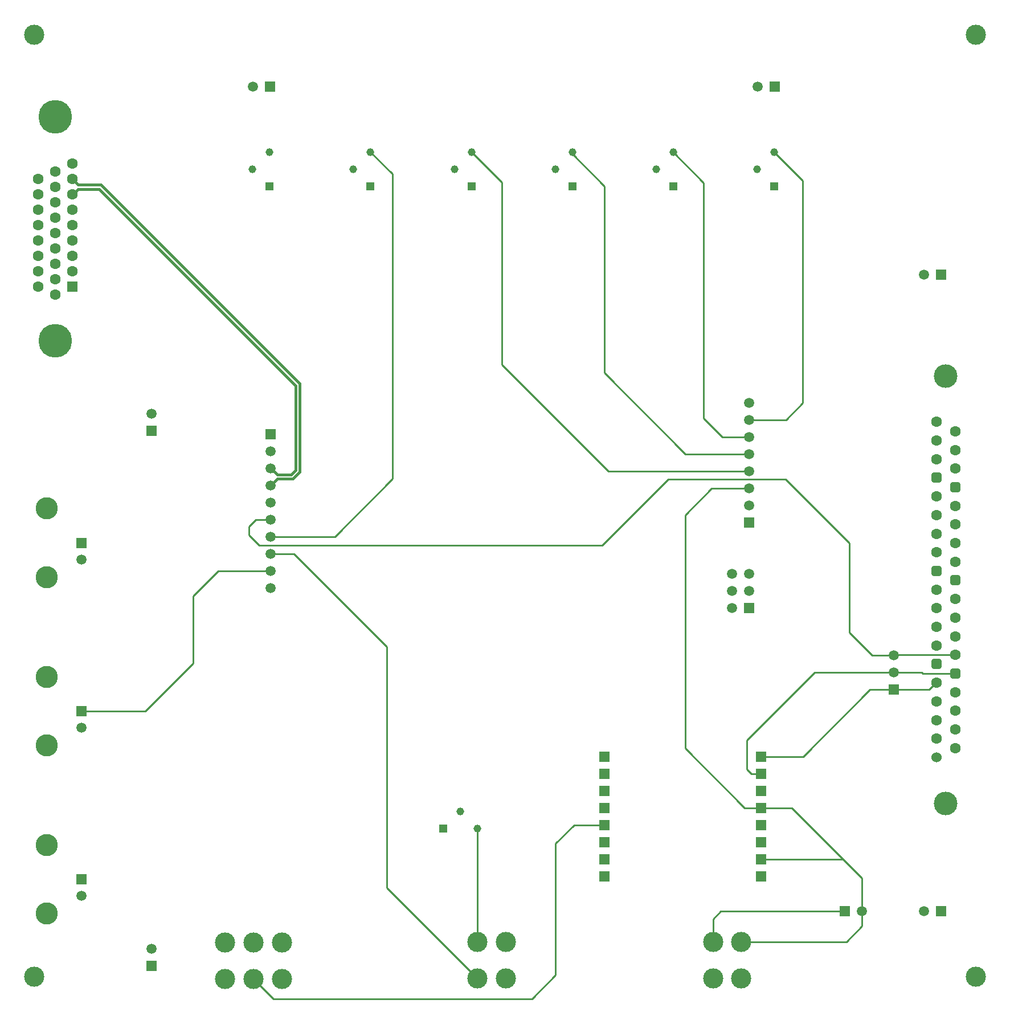
<source format=gtl>
G04*
G04 #@! TF.GenerationSoftware,Altium Limited,Altium Designer,18.0.9 (584)*
G04*
G04 Layer_Physical_Order=1*
G04 Layer_Color=255*
%FSLAX44Y44*%
%MOMM*%
G71*
G01*
G75*
%ADD11C,0.2540*%
%ADD31C,0.3810*%
%ADD32R,1.5000X1.5000*%
%ADD33C,1.5000*%
%ADD34R,1.5000X1.5000*%
%ADD35C,1.1680*%
%ADD36R,1.1680X1.1680*%
%ADD37R,1.1680X1.1680*%
%ADD38C,5.0000*%
%ADD39C,1.6000*%
%ADD40R,1.6000X1.6000*%
%ADD41C,3.0000*%
%ADD42C,3.3000*%
G04:AMPARAMS|DCode=43|XSize=1.524mm|YSize=1.524mm|CornerRadius=0.381mm|HoleSize=0mm|Usage=FLASHONLY|Rotation=90.000|XOffset=0mm|YOffset=0mm|HoleType=Round|Shape=RoundedRectangle|*
%AMROUNDEDRECTD43*
21,1,1.5240,0.7620,0,0,90.0*
21,1,0.7620,1.5240,0,0,90.0*
1,1,0.7620,0.3810,0.3810*
1,1,0.7620,0.3810,-0.3810*
1,1,0.7620,-0.3810,-0.3810*
1,1,0.7620,-0.3810,0.3810*
%
%ADD43ROUNDEDRECTD43*%
%ADD44C,1.5240*%
%ADD45C,3.5000*%
D11*
X1370464Y500786D02*
X1419224D01*
X1369086Y502164D02*
X1370464Y500786D01*
X1327587Y502164D02*
X1369086D01*
X120000Y445000D02*
X214750D01*
X286000Y516250D01*
Y616000D02*
X323377Y653377D01*
X286000Y516250D02*
Y616000D01*
X1116000Y352096D02*
X1130001D01*
X1109250Y358846D02*
X1116000Y352096D01*
X1109250Y358846D02*
Y401750D01*
X1209664Y502164D01*
X1327587D01*
X709000Y102000D02*
X709000Y102000D01*
X709000Y102000D02*
Y270000D01*
X323377Y653377D02*
X401818D01*
X1252500Y225000D02*
X1280399Y197101D01*
X1176458Y301042D02*
X1252500Y225000D01*
X1252342Y224842D02*
X1252500Y225000D01*
X1130001Y224842D02*
X1252342D01*
X1280399Y147504D02*
Y197101D01*
X1200000Y147500D02*
X1200004Y147504D01*
X1254999D01*
X1280399Y125399D02*
Y147504D01*
X1257000Y102000D02*
X1280399Y125399D01*
X1101000Y102000D02*
X1257000D01*
X1070500Y147500D02*
X1200000D01*
X1059000Y136000D02*
X1070500Y147500D01*
X1059000Y102000D02*
Y136000D01*
X1130001Y301042D02*
X1176458D01*
X405851Y17500D02*
X790000D01*
X376225Y47126D02*
X405851Y17500D01*
X550000Y1275800D02*
X582500Y1243300D01*
Y790000D02*
Y1243300D01*
X369000Y706750D02*
X384250Y691500D01*
X369000Y706750D02*
Y719250D01*
X379327Y729577D01*
X401818D01*
X384250Y691500D02*
X894250D01*
X1166750Y789250D02*
X1261250Y694750D01*
Y561750D02*
Y694750D01*
Y561750D02*
X1295436Y527564D01*
X1327587D01*
X1017500Y389584D02*
X1106042Y301042D01*
X1130001D01*
Y377496D02*
X1192996D01*
X1292264Y476764D01*
X1327587D01*
X1380264D01*
X1390570Y487070D01*
X1390776D01*
X1327587Y527564D02*
X1328495Y528472D01*
X1419224D01*
X1057117Y776117D02*
X1112548D01*
X1017500Y736500D02*
X1057117Y776117D01*
X1017500Y389584D02*
Y736500D01*
X992000Y789250D02*
X1166750D01*
X894250Y691500D02*
X992000Y789250D01*
X1112548Y877718D02*
X1167718D01*
X1192500Y902500D01*
Y1233300D01*
X1150000Y1275800D02*
X1192500Y1233300D01*
X1072682Y852318D02*
X1112548D01*
X1045000Y880000D02*
X1072682Y852318D01*
X1045000Y880000D02*
Y1230000D01*
X1000000Y1275000D02*
X1045000Y1230000D01*
X1000000Y1275000D02*
Y1275800D01*
X1018083Y826917D02*
X1112548D01*
X897500Y947500D02*
X1018083Y826917D01*
X897500Y947500D02*
Y1225000D01*
X850000Y1272500D02*
X897500Y1225000D01*
X850000Y1272500D02*
Y1275800D01*
X903483Y801517D02*
X1112548D01*
X745000Y960000D02*
X903483Y801517D01*
X745000Y960000D02*
Y1230800D01*
X700000Y1275800D02*
X745000Y1230800D01*
X496677Y704177D02*
X582500Y790000D01*
X401818Y704177D02*
X496677D01*
X574270Y182500D02*
X709000Y47770D01*
X574270Y182500D02*
Y540730D01*
X436223Y678777D02*
X574270Y540730D01*
X401818Y678777D02*
X436223D01*
X852500Y275642D02*
X897845D01*
X825000Y248142D02*
X852500Y275642D01*
X825000Y52500D02*
Y248142D01*
X790000Y17500D02*
X825000Y52500D01*
D31*
X434130Y789902D02*
X444600Y800372D01*
X411343Y789902D02*
X434130D01*
X401818Y780377D02*
X411343Y789902D01*
X107069Y1235240D02*
X115324Y1226985D01*
X148880D01*
X431500Y796252D02*
X438250Y803002D01*
X411343Y796252D02*
X431500D01*
X401818Y805777D02*
X411343Y796252D01*
X107069Y1212380D02*
X115324Y1220635D01*
X146250D01*
X438250Y928635D01*
X444600Y800372D02*
Y931265D01*
X148880Y1226985D02*
X444600Y931265D01*
X438250Y803002D02*
Y928635D01*
D32*
X1150736Y1373098D02*
D03*
X400736D02*
D03*
X1398236Y1093091D02*
D03*
Y147504D02*
D03*
X1254999D02*
D03*
X1130001Y352096D02*
D03*
Y377496D02*
D03*
X897845Y301042D02*
D03*
Y275642D02*
D03*
Y326442D02*
D03*
Y351842D02*
D03*
Y377242D02*
D03*
X1130001Y326442D02*
D03*
Y301042D02*
D03*
Y275642D02*
D03*
X897845Y199442D02*
D03*
Y224842D02*
D03*
Y250242D02*
D03*
X1130001D02*
D03*
Y224842D02*
D03*
Y199442D02*
D03*
X120000Y195250D02*
D03*
X120000Y445000D02*
D03*
Y695000D02*
D03*
D33*
X1125336Y1373098D02*
D03*
X375336D02*
D03*
X224093Y887164D02*
D03*
X1372836Y1093091D02*
D03*
X224093Y92164D02*
D03*
X1372836Y147504D02*
D03*
X1087138Y648587D02*
D03*
Y623187D02*
D03*
Y597787D02*
D03*
X1112538Y648587D02*
D03*
Y623187D02*
D03*
X1112548Y903118D02*
D03*
Y877718D02*
D03*
Y852318D02*
D03*
Y826917D02*
D03*
Y801517D02*
D03*
Y776117D02*
D03*
Y750717D02*
D03*
X401818Y805777D02*
D03*
Y627977D02*
D03*
Y653377D02*
D03*
Y678777D02*
D03*
Y704177D02*
D03*
Y729577D02*
D03*
Y754977D02*
D03*
Y780377D02*
D03*
Y831177D02*
D03*
X1280399Y147504D02*
D03*
X120000Y170250D02*
D03*
X120000Y420000D02*
D03*
X1327587Y502164D02*
D03*
Y527564D02*
D03*
X120000Y670000D02*
D03*
D34*
X224093Y861764D02*
D03*
Y66764D02*
D03*
X1112538Y597787D02*
D03*
X1112548Y725318D02*
D03*
X401818Y856577D02*
D03*
X1327587Y476764D02*
D03*
D35*
X1124600Y1250400D02*
D03*
X1150000Y1275800D02*
D03*
X974600Y1250400D02*
D03*
X1000000Y1275800D02*
D03*
X683600Y295400D02*
D03*
X709000Y270000D02*
D03*
X850000Y1275800D02*
D03*
X824600Y1250400D02*
D03*
X700000Y1275800D02*
D03*
X674600Y1250400D02*
D03*
X550000Y1275800D02*
D03*
X524600Y1250400D02*
D03*
X400000Y1275800D02*
D03*
X374600Y1250400D02*
D03*
D36*
X1150000Y1225000D02*
D03*
X1000000D02*
D03*
X850000D02*
D03*
X700000D02*
D03*
X550000D02*
D03*
X400000D02*
D03*
D37*
X658200Y270000D02*
D03*
D38*
X81669Y1328204D02*
D03*
Y994956D02*
D03*
D39*
X107069Y1166660D02*
D03*
Y1189520D02*
D03*
Y1212380D02*
D03*
Y1235240D02*
D03*
Y1143800D02*
D03*
Y1120940D02*
D03*
Y1098080D02*
D03*
Y1258100D02*
D03*
X81669Y1063790D02*
D03*
X81669Y1086650D02*
D03*
X81669Y1109510D02*
D03*
Y1132370D02*
D03*
Y1155230D02*
D03*
Y1246670D02*
D03*
Y1223810D02*
D03*
Y1200950D02*
D03*
Y1178090D02*
D03*
X56269Y1075220D02*
D03*
Y1098080D02*
D03*
Y1120940D02*
D03*
Y1143800D02*
D03*
Y1235240D02*
D03*
Y1212380D02*
D03*
Y1189520D02*
D03*
Y1166660D02*
D03*
X1390776Y874674D02*
D03*
X1419224Y860704D02*
D03*
Y833018D02*
D03*
Y805332D02*
D03*
X1390776Y819302D02*
D03*
Y736244D02*
D03*
X1419224Y749960D02*
D03*
Y722274D02*
D03*
X1390776Y708558D02*
D03*
Y763930D02*
D03*
Y680872D02*
D03*
X1419224Y666902D02*
D03*
X1390776Y597814D02*
D03*
X1419224Y583844D02*
D03*
Y611530D02*
D03*
X1390776Y570128D02*
D03*
X1419224Y556158D02*
D03*
Y528472D02*
D03*
X1390776Y487070D02*
D03*
Y431698D02*
D03*
Y459384D02*
D03*
X1419224Y445414D02*
D03*
Y417728D02*
D03*
X1390776Y404012D02*
D03*
Y846988D02*
D03*
Y542442D02*
D03*
X1419224Y694588D02*
D03*
X1390776Y625500D02*
D03*
X1419224Y390042D02*
D03*
Y473100D02*
D03*
D40*
X107069Y1075220D02*
D03*
D41*
X418400Y47126D02*
D03*
X334050Y101351D02*
D03*
Y47126D02*
D03*
X418400Y101351D02*
D03*
X376225Y47126D02*
D03*
Y101351D02*
D03*
X1101000Y47770D02*
D03*
X1059000D02*
D03*
X1101000Y102000D02*
D03*
X1059000D02*
D03*
X751000Y47770D02*
D03*
X709000D02*
D03*
X751000Y102000D02*
D03*
X709000D02*
D03*
X50000Y1450000D02*
D03*
X1450000D02*
D03*
Y50000D02*
D03*
X50000D02*
D03*
D42*
X69000Y144250D02*
D03*
Y246250D02*
D03*
X69000Y394000D02*
D03*
Y496000D02*
D03*
Y746000D02*
D03*
Y644000D02*
D03*
D43*
X1390776Y791616D02*
D03*
Y653186D02*
D03*
X1419224Y639216D02*
D03*
Y500786D02*
D03*
X1390776Y514756D02*
D03*
X1419224Y777646D02*
D03*
D44*
X1390776Y376326D02*
D03*
D45*
X1405000Y943000D02*
D03*
Y308000D02*
D03*
M02*

</source>
